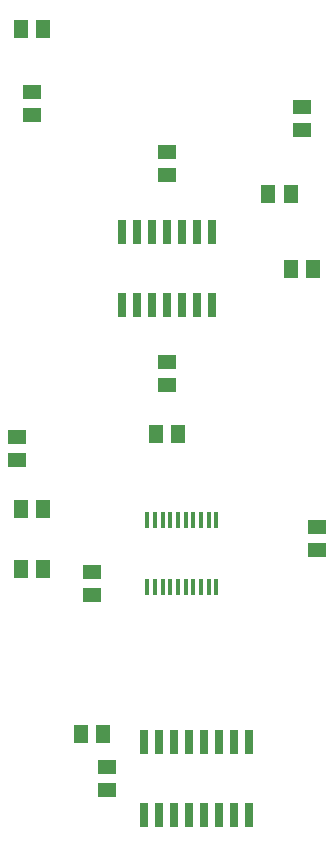
<source format=gtp>
G75*
%MOIN*%
%OFA0B0*%
%FSLAX24Y24*%
%IPPOS*%
%LPD*%
%AMOC8*
5,1,8,0,0,1.08239X$1,22.5*
%
%ADD10R,0.0591X0.0512*%
%ADD11R,0.0512X0.0591*%
%ADD12R,0.0260X0.0800*%
%ADD13R,0.0140X0.0580*%
D10*
X006150Y010776D03*
X006150Y011524D03*
X005650Y017276D03*
X005650Y018024D03*
X003150Y021776D03*
X003150Y022524D03*
X008150Y024276D03*
X008150Y025024D03*
X008150Y031276D03*
X008150Y032024D03*
X012650Y032776D03*
X012650Y033524D03*
X013150Y019524D03*
X013150Y018776D03*
X003650Y033276D03*
X003650Y034024D03*
D11*
X003276Y036150D03*
X004024Y036150D03*
X007776Y022650D03*
X008524Y022650D03*
X012276Y028150D03*
X013024Y028150D03*
X012274Y030650D03*
X011526Y030650D03*
X004024Y020150D03*
X003276Y020150D03*
X003276Y018150D03*
X004024Y018150D03*
X005276Y012650D03*
X006024Y012650D03*
D12*
X007400Y012360D03*
X007900Y012360D03*
X008400Y012360D03*
X008900Y012360D03*
X009400Y012360D03*
X009900Y012360D03*
X010400Y012360D03*
X010900Y012360D03*
X010900Y009940D03*
X010400Y009940D03*
X009900Y009940D03*
X009400Y009940D03*
X008900Y009940D03*
X008400Y009940D03*
X007900Y009940D03*
X007400Y009940D03*
X007150Y026940D03*
X007650Y026940D03*
X008150Y026940D03*
X008650Y026940D03*
X009150Y026940D03*
X009650Y026940D03*
X009650Y029360D03*
X009150Y029360D03*
X008650Y029360D03*
X008150Y029360D03*
X007650Y029360D03*
X007150Y029360D03*
X006650Y029360D03*
X006650Y026940D03*
D13*
X007500Y019760D03*
X007750Y019760D03*
X008010Y019760D03*
X008270Y019760D03*
X008520Y019760D03*
X008780Y019760D03*
X009030Y019760D03*
X009290Y019760D03*
X009550Y019760D03*
X009800Y019760D03*
X009800Y017540D03*
X009550Y017540D03*
X009290Y017540D03*
X009030Y017540D03*
X008780Y017540D03*
X008520Y017540D03*
X008270Y017540D03*
X008010Y017540D03*
X007750Y017540D03*
X007500Y017540D03*
M02*

</source>
